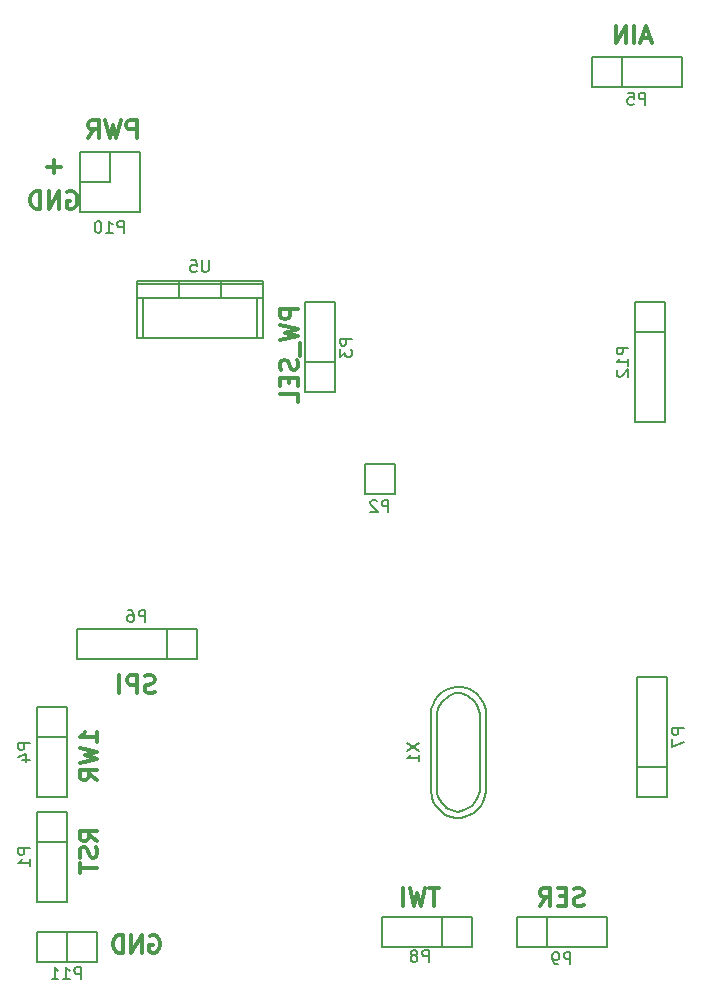
<source format=gbo>
G04 #@! TF.FileFunction,Legend,Bot*
%FSLAX46Y46*%
G04 Gerber Fmt 4.6, Leading zero omitted, Abs format (unit mm)*
G04 Created by KiCad (PCBNEW 0.201501102116+5363~20~ubuntu14.04.1-product) date Wed 21 Jan 2015 18:10:41 CET*
%MOMM*%
G01*
G04 APERTURE LIST*
%ADD10C,0.100000*%
%ADD11C,0.300000*%
%ADD12C,0.150000*%
G04 APERTURE END LIST*
D10*
D11*
X169500000Y-68250000D02*
X168785714Y-68250000D01*
X169642857Y-68678571D02*
X169142857Y-67178571D01*
X168642857Y-68678571D01*
X168142857Y-68678571D02*
X168142857Y-67178571D01*
X167428571Y-68678571D02*
X167428571Y-67178571D01*
X166571428Y-68678571D01*
X166571428Y-67178571D01*
X120142857Y-81250000D02*
X120285714Y-81178571D01*
X120500000Y-81178571D01*
X120714285Y-81250000D01*
X120857143Y-81392857D01*
X120928571Y-81535714D01*
X121000000Y-81821429D01*
X121000000Y-82035714D01*
X120928571Y-82321429D01*
X120857143Y-82464286D01*
X120714285Y-82607143D01*
X120500000Y-82678571D01*
X120357143Y-82678571D01*
X120142857Y-82607143D01*
X120071428Y-82535714D01*
X120071428Y-82035714D01*
X120357143Y-82035714D01*
X119428571Y-82678571D02*
X119428571Y-81178571D01*
X118571428Y-82678571D01*
X118571428Y-81178571D01*
X117857142Y-82678571D02*
X117857142Y-81178571D01*
X117499999Y-81178571D01*
X117285714Y-81250000D01*
X117142856Y-81392857D01*
X117071428Y-81535714D01*
X116999999Y-81821429D01*
X116999999Y-82035714D01*
X117071428Y-82321429D01*
X117142856Y-82464286D01*
X117285714Y-82607143D01*
X117499999Y-82678571D01*
X117857142Y-82678571D01*
X119571428Y-79107143D02*
X118428571Y-79107143D01*
X119000000Y-79678571D02*
X119000000Y-78535714D01*
X126000000Y-76678571D02*
X126000000Y-75178571D01*
X125428572Y-75178571D01*
X125285714Y-75250000D01*
X125214286Y-75321429D01*
X125142857Y-75464286D01*
X125142857Y-75678571D01*
X125214286Y-75821429D01*
X125285714Y-75892857D01*
X125428572Y-75964286D01*
X126000000Y-75964286D01*
X124642857Y-75178571D02*
X124285714Y-76678571D01*
X124000000Y-75607143D01*
X123714286Y-76678571D01*
X123357143Y-75178571D01*
X121928571Y-76678571D02*
X122428571Y-75964286D01*
X122785714Y-76678571D02*
X122785714Y-75178571D01*
X122214286Y-75178571D01*
X122071428Y-75250000D01*
X122000000Y-75321429D01*
X121928571Y-75464286D01*
X121928571Y-75678571D01*
X122000000Y-75821429D01*
X122071428Y-75892857D01*
X122214286Y-75964286D01*
X122785714Y-75964286D01*
X139678571Y-91178572D02*
X138178571Y-91178572D01*
X138178571Y-91750000D01*
X138250000Y-91892858D01*
X138321429Y-91964286D01*
X138464286Y-92035715D01*
X138678571Y-92035715D01*
X138821429Y-91964286D01*
X138892857Y-91892858D01*
X138964286Y-91750000D01*
X138964286Y-91178572D01*
X138178571Y-92535715D02*
X139678571Y-92892858D01*
X138607143Y-93178572D01*
X139678571Y-93464286D01*
X138178571Y-93821429D01*
X139821429Y-94035715D02*
X139821429Y-95178572D01*
X139607143Y-95464286D02*
X139678571Y-95678572D01*
X139678571Y-96035715D01*
X139607143Y-96178572D01*
X139535714Y-96250001D01*
X139392857Y-96321429D01*
X139250000Y-96321429D01*
X139107143Y-96250001D01*
X139035714Y-96178572D01*
X138964286Y-96035715D01*
X138892857Y-95750001D01*
X138821429Y-95607143D01*
X138750000Y-95535715D01*
X138607143Y-95464286D01*
X138464286Y-95464286D01*
X138321429Y-95535715D01*
X138250000Y-95607143D01*
X138178571Y-95750001D01*
X138178571Y-96107143D01*
X138250000Y-96321429D01*
X138892857Y-96964286D02*
X138892857Y-97464286D01*
X139678571Y-97678572D02*
X139678571Y-96964286D01*
X138178571Y-96964286D01*
X138178571Y-97678572D01*
X139678571Y-99035715D02*
X139678571Y-98321429D01*
X138178571Y-98321429D01*
X127535714Y-123607143D02*
X127321428Y-123678571D01*
X126964285Y-123678571D01*
X126821428Y-123607143D01*
X126749999Y-123535714D01*
X126678571Y-123392857D01*
X126678571Y-123250000D01*
X126749999Y-123107143D01*
X126821428Y-123035714D01*
X126964285Y-122964286D01*
X127249999Y-122892857D01*
X127392857Y-122821429D01*
X127464285Y-122750000D01*
X127535714Y-122607143D01*
X127535714Y-122464286D01*
X127464285Y-122321429D01*
X127392857Y-122250000D01*
X127249999Y-122178571D01*
X126892857Y-122178571D01*
X126678571Y-122250000D01*
X126035714Y-123678571D02*
X126035714Y-122178571D01*
X125464286Y-122178571D01*
X125321428Y-122250000D01*
X125250000Y-122321429D01*
X125178571Y-122464286D01*
X125178571Y-122678571D01*
X125250000Y-122821429D01*
X125321428Y-122892857D01*
X125464286Y-122964286D01*
X126035714Y-122964286D01*
X124535714Y-123678571D02*
X124535714Y-122178571D01*
X122678571Y-127821429D02*
X122678571Y-126964286D01*
X122678571Y-127392858D02*
X121178571Y-127392858D01*
X121392857Y-127250001D01*
X121535714Y-127107143D01*
X121607143Y-126964286D01*
X121178571Y-128321429D02*
X122678571Y-128678572D01*
X121607143Y-128964286D01*
X122678571Y-129250000D01*
X121178571Y-129607143D01*
X122678571Y-131035715D02*
X121964286Y-130535715D01*
X122678571Y-130178572D02*
X121178571Y-130178572D01*
X121178571Y-130750000D01*
X121250000Y-130892858D01*
X121321429Y-130964286D01*
X121464286Y-131035715D01*
X121678571Y-131035715D01*
X121821429Y-130964286D01*
X121892857Y-130892858D01*
X121964286Y-130750000D01*
X121964286Y-130178572D01*
X127142857Y-144250000D02*
X127285714Y-144178571D01*
X127500000Y-144178571D01*
X127714285Y-144250000D01*
X127857143Y-144392857D01*
X127928571Y-144535714D01*
X128000000Y-144821429D01*
X128000000Y-145035714D01*
X127928571Y-145321429D01*
X127857143Y-145464286D01*
X127714285Y-145607143D01*
X127500000Y-145678571D01*
X127357143Y-145678571D01*
X127142857Y-145607143D01*
X127071428Y-145535714D01*
X127071428Y-145035714D01*
X127357143Y-145035714D01*
X126428571Y-145678571D02*
X126428571Y-144178571D01*
X125571428Y-145678571D01*
X125571428Y-144178571D01*
X124857142Y-145678571D02*
X124857142Y-144178571D01*
X124499999Y-144178571D01*
X124285714Y-144250000D01*
X124142856Y-144392857D01*
X124071428Y-144535714D01*
X123999999Y-144821429D01*
X123999999Y-145035714D01*
X124071428Y-145321429D01*
X124142856Y-145464286D01*
X124285714Y-145607143D01*
X124499999Y-145678571D01*
X124857142Y-145678571D01*
X122678571Y-136178572D02*
X121964286Y-135678572D01*
X122678571Y-135321429D02*
X121178571Y-135321429D01*
X121178571Y-135892857D01*
X121250000Y-136035715D01*
X121321429Y-136107143D01*
X121464286Y-136178572D01*
X121678571Y-136178572D01*
X121821429Y-136107143D01*
X121892857Y-136035715D01*
X121964286Y-135892857D01*
X121964286Y-135321429D01*
X122607143Y-136750000D02*
X122678571Y-136964286D01*
X122678571Y-137321429D01*
X122607143Y-137464286D01*
X122535714Y-137535715D01*
X122392857Y-137607143D01*
X122250000Y-137607143D01*
X122107143Y-137535715D01*
X122035714Y-137464286D01*
X121964286Y-137321429D01*
X121892857Y-137035715D01*
X121821429Y-136892857D01*
X121750000Y-136821429D01*
X121607143Y-136750000D01*
X121464286Y-136750000D01*
X121321429Y-136821429D01*
X121250000Y-136892857D01*
X121178571Y-137035715D01*
X121178571Y-137392857D01*
X121250000Y-137607143D01*
X121178571Y-138035714D02*
X121178571Y-138892857D01*
X122678571Y-138464286D02*
X121178571Y-138464286D01*
X151642857Y-140178571D02*
X150785714Y-140178571D01*
X151214285Y-141678571D02*
X151214285Y-140178571D01*
X150428571Y-140178571D02*
X150071428Y-141678571D01*
X149785714Y-140607143D01*
X149500000Y-141678571D01*
X149142857Y-140178571D01*
X148571428Y-141678571D02*
X148571428Y-140178571D01*
X163857143Y-141607143D02*
X163642857Y-141678571D01*
X163285714Y-141678571D01*
X163142857Y-141607143D01*
X163071428Y-141535714D01*
X163000000Y-141392857D01*
X163000000Y-141250000D01*
X163071428Y-141107143D01*
X163142857Y-141035714D01*
X163285714Y-140964286D01*
X163571428Y-140892857D01*
X163714286Y-140821429D01*
X163785714Y-140750000D01*
X163857143Y-140607143D01*
X163857143Y-140464286D01*
X163785714Y-140321429D01*
X163714286Y-140250000D01*
X163571428Y-140178571D01*
X163214286Y-140178571D01*
X163000000Y-140250000D01*
X162357143Y-140892857D02*
X161857143Y-140892857D01*
X161642857Y-141678571D02*
X162357143Y-141678571D01*
X162357143Y-140178571D01*
X161642857Y-140178571D01*
X160142857Y-141678571D02*
X160642857Y-140964286D01*
X161000000Y-141678571D02*
X161000000Y-140178571D01*
X160428572Y-140178571D01*
X160285714Y-140250000D01*
X160214286Y-140321429D01*
X160142857Y-140464286D01*
X160142857Y-140678571D01*
X160214286Y-140821429D01*
X160285714Y-140892857D01*
X160428572Y-140964286D01*
X161000000Y-140964286D01*
D12*
X120080000Y-136280000D02*
X120080000Y-141360000D01*
X120080000Y-141360000D02*
X117540000Y-141360000D01*
X117540000Y-141360000D02*
X117540000Y-136280000D01*
X117540000Y-133740000D02*
X117540000Y-136280000D01*
X117540000Y-136280000D02*
X120080000Y-136280000D01*
X117540000Y-133740000D02*
X120080000Y-133740000D01*
X120080000Y-133740000D02*
X120080000Y-136280000D01*
X145312000Y-106870000D02*
X145312000Y-104330000D01*
X145312000Y-104330000D02*
X147852000Y-104330000D01*
X147852000Y-104330000D02*
X147852000Y-106870000D01*
X147852000Y-106870000D02*
X145312000Y-106870000D01*
X140232000Y-95694000D02*
X140232000Y-90614000D01*
X140232000Y-90614000D02*
X142772000Y-90614000D01*
X142772000Y-90614000D02*
X142772000Y-95694000D01*
X142772000Y-98234000D02*
X142772000Y-95694000D01*
X142772000Y-95694000D02*
X140232000Y-95694000D01*
X142772000Y-98234000D02*
X140232000Y-98234000D01*
X140232000Y-98234000D02*
X140232000Y-95694000D01*
X120080000Y-127390000D02*
X120080000Y-132470000D01*
X120080000Y-132470000D02*
X117540000Y-132470000D01*
X117540000Y-132470000D02*
X117540000Y-127390000D01*
X117540000Y-124850000D02*
X117540000Y-127390000D01*
X117540000Y-127390000D02*
X120080000Y-127390000D01*
X117540000Y-124850000D02*
X120080000Y-124850000D01*
X120080000Y-124850000D02*
X120080000Y-127390000D01*
X167070000Y-69859000D02*
X172150000Y-69859000D01*
X172150000Y-69859000D02*
X172150000Y-72399000D01*
X172150000Y-72399000D02*
X167070000Y-72399000D01*
X164530000Y-72399000D02*
X167070000Y-72399000D01*
X167070000Y-72399000D02*
X167070000Y-69859000D01*
X164530000Y-72399000D02*
X164530000Y-69859000D01*
X164530000Y-69859000D02*
X167070000Y-69859000D01*
X128540000Y-120770000D02*
X120920000Y-120770000D01*
X128540000Y-118230000D02*
X120920000Y-118230000D01*
X131080000Y-118230000D02*
X128540000Y-118230000D01*
X120920000Y-120770000D02*
X120920000Y-118230000D01*
X128540000Y-118230000D02*
X128540000Y-120770000D01*
X131080000Y-118230000D02*
X131080000Y-120770000D01*
X131080000Y-120770000D02*
X128540000Y-120770000D01*
X151830000Y-145170000D02*
X146750000Y-145170000D01*
X146750000Y-145170000D02*
X146750000Y-142630000D01*
X146750000Y-142630000D02*
X151830000Y-142630000D01*
X154370000Y-142630000D02*
X151830000Y-142630000D01*
X151830000Y-142630000D02*
X151830000Y-145170000D01*
X154370000Y-142630000D02*
X154370000Y-145170000D01*
X154370000Y-145170000D02*
X151830000Y-145170000D01*
X160720000Y-142630000D02*
X165800000Y-142630000D01*
X165800000Y-142630000D02*
X165800000Y-145170000D01*
X165800000Y-145170000D02*
X160720000Y-145170000D01*
X158180000Y-145170000D02*
X160720000Y-145170000D01*
X160720000Y-145170000D02*
X160720000Y-142630000D01*
X158180000Y-145170000D02*
X158180000Y-142630000D01*
X158180000Y-142630000D02*
X160720000Y-142630000D01*
X121182000Y-80454000D02*
X121182000Y-77914000D01*
X121182000Y-77914000D02*
X123722000Y-77914000D01*
X123722000Y-77914000D02*
X123722000Y-80454000D01*
X123722000Y-80454000D02*
X121182000Y-80454000D01*
X121182000Y-80454000D02*
X121182000Y-82994000D01*
X121182000Y-82994000D02*
X126262000Y-82994000D01*
X126262000Y-82994000D02*
X126262000Y-77914000D01*
X126262000Y-77914000D02*
X123722000Y-77914000D01*
X120080000Y-146440000D02*
X120080000Y-143900000D01*
X117540000Y-146440000D02*
X117540000Y-143900000D01*
X117540000Y-143900000D02*
X120080000Y-143900000D01*
X120080000Y-143900000D02*
X122620000Y-143900000D01*
X122620000Y-143900000D02*
X122620000Y-146440000D01*
X122620000Y-146440000D02*
X117540000Y-146440000D01*
X126516000Y-90233000D02*
X126516000Y-93662000D01*
X136168000Y-90233000D02*
X136168000Y-93662000D01*
X126008000Y-89090000D02*
X136676000Y-89090000D01*
X129564000Y-90106000D02*
X129564000Y-88836000D01*
X133120000Y-90106000D02*
X133120000Y-88836000D01*
X136676000Y-90233000D02*
X126008000Y-90233000D01*
X126008000Y-93662000D02*
X136676000Y-93662000D01*
X136676000Y-88836000D02*
X136676000Y-93662000D01*
X126008000Y-88836000D02*
X126008000Y-93662000D01*
X126008000Y-88836000D02*
X136676000Y-88836000D01*
X152241240Y-133413000D02*
X152642560Y-133613660D01*
X152642560Y-133613660D02*
X153242000Y-133715260D01*
X153242000Y-133715260D02*
X153742380Y-133613660D01*
X153742380Y-133613660D02*
X154440880Y-133214880D01*
X154440880Y-133214880D02*
X154842200Y-132612900D01*
X154842200Y-132612900D02*
X155042860Y-132013460D01*
X155042860Y-132013460D02*
X155042860Y-125414540D01*
X155042860Y-125414540D02*
X154842200Y-124713500D01*
X154842200Y-124713500D02*
X154542480Y-124314720D01*
X154542480Y-124314720D02*
X154042100Y-123913400D01*
X154042100Y-123913400D02*
X153442660Y-123712740D01*
X153442660Y-123712740D02*
X152942280Y-123712740D01*
X152942280Y-123712740D02*
X152441900Y-123913400D01*
X152441900Y-123913400D02*
X151842460Y-124413780D01*
X151842460Y-124413780D02*
X151542740Y-124914160D01*
X151542740Y-124914160D02*
X151441140Y-125414540D01*
X151441140Y-125513600D02*
X151441140Y-132115060D01*
X151441140Y-132115060D02*
X151542740Y-132513840D01*
X151542740Y-132513840D02*
X151842460Y-133014220D01*
X151842460Y-133014220D02*
X152342840Y-133514600D01*
X150912820Y-125523760D02*
X150961080Y-125064020D01*
X150961080Y-125064020D02*
X151072840Y-124665240D01*
X151072840Y-124665240D02*
X151291280Y-124233440D01*
X151291280Y-124233440D02*
X151522420Y-123943880D01*
X151522420Y-123943880D02*
X151872940Y-123613680D01*
X151872940Y-123613680D02*
X152411420Y-123324120D01*
X152411420Y-123324120D02*
X153010860Y-123194580D01*
X153010860Y-123194580D02*
X153521400Y-123194580D01*
X153521400Y-123194580D02*
X154222440Y-123364760D01*
X154222440Y-123364760D02*
X154811720Y-123763540D01*
X154811720Y-123763540D02*
X155182560Y-124223280D01*
X155182560Y-124223280D02*
X155390840Y-124644920D01*
X155390840Y-124644920D02*
X155550860Y-125094500D01*
X155550860Y-125094500D02*
X155581340Y-125533920D01*
X155362900Y-132874520D02*
X155141920Y-133252980D01*
X155141920Y-133252980D02*
X154862520Y-133573020D01*
X154862520Y-133573020D02*
X154532320Y-133824480D01*
X154532320Y-133824480D02*
X153981140Y-134124200D01*
X153981140Y-134124200D02*
X153511240Y-134233420D01*
X153511240Y-134233420D02*
X153051500Y-134253740D01*
X153051500Y-134253740D02*
X152591760Y-134164840D01*
X152591760Y-134164840D02*
X152142180Y-133974340D01*
X152142180Y-133974340D02*
X151672280Y-133613660D01*
X151672280Y-133613660D02*
X151352240Y-133263140D01*
X151352240Y-133263140D02*
X151121100Y-132874520D01*
X151121100Y-132874520D02*
X150981400Y-132445260D01*
X150981400Y-132445260D02*
X150912820Y-132003300D01*
X155571180Y-125513600D02*
X155571180Y-131965200D01*
X155571180Y-131965200D02*
X155533080Y-132384300D01*
X155533080Y-132384300D02*
X155362900Y-132874520D01*
X150912820Y-125513600D02*
X150912820Y-131965200D01*
X170753000Y-93100000D02*
X170753000Y-100720000D01*
X168213000Y-93100000D02*
X168213000Y-100720000D01*
X168213000Y-90560000D02*
X168213000Y-93100000D01*
X170753000Y-100720000D02*
X168213000Y-100720000D01*
X168213000Y-93100000D02*
X170753000Y-93100000D01*
X168213000Y-90560000D02*
X170753000Y-90560000D01*
X170753000Y-90560000D02*
X170753000Y-93100000D01*
X168340000Y-129930000D02*
X168340000Y-122310000D01*
X170880000Y-129930000D02*
X170880000Y-122310000D01*
X170880000Y-132470000D02*
X170880000Y-129930000D01*
X168340000Y-122310000D02*
X170880000Y-122310000D01*
X170880000Y-129930000D02*
X168340000Y-129930000D01*
X170880000Y-132470000D02*
X168340000Y-132470000D01*
X168340000Y-132470000D02*
X168340000Y-129930000D01*
X116976381Y-136811905D02*
X115976381Y-136811905D01*
X115976381Y-137192858D01*
X116024000Y-137288096D01*
X116071619Y-137335715D01*
X116166857Y-137383334D01*
X116309714Y-137383334D01*
X116404952Y-137335715D01*
X116452571Y-137288096D01*
X116500190Y-137192858D01*
X116500190Y-136811905D01*
X116976381Y-138335715D02*
X116976381Y-137764286D01*
X116976381Y-138050000D02*
X115976381Y-138050000D01*
X116119238Y-137954762D01*
X116214476Y-137859524D01*
X116262095Y-137764286D01*
X147320095Y-108338381D02*
X147320095Y-107338381D01*
X146939142Y-107338381D01*
X146843904Y-107386000D01*
X146796285Y-107433619D01*
X146748666Y-107528857D01*
X146748666Y-107671714D01*
X146796285Y-107766952D01*
X146843904Y-107814571D01*
X146939142Y-107862190D01*
X147320095Y-107862190D01*
X146367714Y-107433619D02*
X146320095Y-107386000D01*
X146224857Y-107338381D01*
X145986761Y-107338381D01*
X145891523Y-107386000D01*
X145843904Y-107433619D01*
X145796285Y-107528857D01*
X145796285Y-107624095D01*
X145843904Y-107766952D01*
X146415333Y-108338381D01*
X145796285Y-108338381D01*
X144240381Y-93685905D02*
X143240381Y-93685905D01*
X143240381Y-94066858D01*
X143288000Y-94162096D01*
X143335619Y-94209715D01*
X143430857Y-94257334D01*
X143573714Y-94257334D01*
X143668952Y-94209715D01*
X143716571Y-94162096D01*
X143764190Y-94066858D01*
X143764190Y-93685905D01*
X143240381Y-94590667D02*
X143240381Y-95209715D01*
X143621333Y-94876381D01*
X143621333Y-95019239D01*
X143668952Y-95114477D01*
X143716571Y-95162096D01*
X143811810Y-95209715D01*
X144049905Y-95209715D01*
X144145143Y-95162096D01*
X144192762Y-95114477D01*
X144240381Y-95019239D01*
X144240381Y-94733524D01*
X144192762Y-94638286D01*
X144145143Y-94590667D01*
X116976381Y-127921905D02*
X115976381Y-127921905D01*
X115976381Y-128302858D01*
X116024000Y-128398096D01*
X116071619Y-128445715D01*
X116166857Y-128493334D01*
X116309714Y-128493334D01*
X116404952Y-128445715D01*
X116452571Y-128398096D01*
X116500190Y-128302858D01*
X116500190Y-127921905D01*
X116309714Y-129350477D02*
X116976381Y-129350477D01*
X115928762Y-129112381D02*
X116643048Y-128874286D01*
X116643048Y-129493334D01*
X169078095Y-73867381D02*
X169078095Y-72867381D01*
X168697142Y-72867381D01*
X168601904Y-72915000D01*
X168554285Y-72962619D01*
X168506666Y-73057857D01*
X168506666Y-73200714D01*
X168554285Y-73295952D01*
X168601904Y-73343571D01*
X168697142Y-73391190D01*
X169078095Y-73391190D01*
X167601904Y-72867381D02*
X168078095Y-72867381D01*
X168125714Y-73343571D01*
X168078095Y-73295952D01*
X167982857Y-73248333D01*
X167744761Y-73248333D01*
X167649523Y-73295952D01*
X167601904Y-73343571D01*
X167554285Y-73438810D01*
X167554285Y-73676905D01*
X167601904Y-73772143D01*
X167649523Y-73819762D01*
X167744761Y-73867381D01*
X167982857Y-73867381D01*
X168078095Y-73819762D01*
X168125714Y-73772143D01*
X126738095Y-117666381D02*
X126738095Y-116666381D01*
X126357142Y-116666381D01*
X126261904Y-116714000D01*
X126214285Y-116761619D01*
X126166666Y-116856857D01*
X126166666Y-116999714D01*
X126214285Y-117094952D01*
X126261904Y-117142571D01*
X126357142Y-117190190D01*
X126738095Y-117190190D01*
X125309523Y-116666381D02*
X125500000Y-116666381D01*
X125595238Y-116714000D01*
X125642857Y-116761619D01*
X125738095Y-116904476D01*
X125785714Y-117094952D01*
X125785714Y-117475905D01*
X125738095Y-117571143D01*
X125690476Y-117618762D01*
X125595238Y-117666381D01*
X125404761Y-117666381D01*
X125309523Y-117618762D01*
X125261904Y-117571143D01*
X125214285Y-117475905D01*
X125214285Y-117237810D01*
X125261904Y-117142571D01*
X125309523Y-117094952D01*
X125404761Y-117047333D01*
X125595238Y-117047333D01*
X125690476Y-117094952D01*
X125738095Y-117142571D01*
X125785714Y-117237810D01*
X150738095Y-146452381D02*
X150738095Y-145452381D01*
X150357142Y-145452381D01*
X150261904Y-145500000D01*
X150214285Y-145547619D01*
X150166666Y-145642857D01*
X150166666Y-145785714D01*
X150214285Y-145880952D01*
X150261904Y-145928571D01*
X150357142Y-145976190D01*
X150738095Y-145976190D01*
X149595238Y-145880952D02*
X149690476Y-145833333D01*
X149738095Y-145785714D01*
X149785714Y-145690476D01*
X149785714Y-145642857D01*
X149738095Y-145547619D01*
X149690476Y-145500000D01*
X149595238Y-145452381D01*
X149404761Y-145452381D01*
X149309523Y-145500000D01*
X149261904Y-145547619D01*
X149214285Y-145642857D01*
X149214285Y-145690476D01*
X149261904Y-145785714D01*
X149309523Y-145833333D01*
X149404761Y-145880952D01*
X149595238Y-145880952D01*
X149690476Y-145928571D01*
X149738095Y-145976190D01*
X149785714Y-146071429D01*
X149785714Y-146261905D01*
X149738095Y-146357143D01*
X149690476Y-146404762D01*
X149595238Y-146452381D01*
X149404761Y-146452381D01*
X149309523Y-146404762D01*
X149261904Y-146357143D01*
X149214285Y-146261905D01*
X149214285Y-146071429D01*
X149261904Y-145976190D01*
X149309523Y-145928571D01*
X149404761Y-145880952D01*
X162728095Y-146638381D02*
X162728095Y-145638381D01*
X162347142Y-145638381D01*
X162251904Y-145686000D01*
X162204285Y-145733619D01*
X162156666Y-145828857D01*
X162156666Y-145971714D01*
X162204285Y-146066952D01*
X162251904Y-146114571D01*
X162347142Y-146162190D01*
X162728095Y-146162190D01*
X161680476Y-146638381D02*
X161490000Y-146638381D01*
X161394761Y-146590762D01*
X161347142Y-146543143D01*
X161251904Y-146400286D01*
X161204285Y-146209810D01*
X161204285Y-145828857D01*
X161251904Y-145733619D01*
X161299523Y-145686000D01*
X161394761Y-145638381D01*
X161585238Y-145638381D01*
X161680476Y-145686000D01*
X161728095Y-145733619D01*
X161775714Y-145828857D01*
X161775714Y-146066952D01*
X161728095Y-146162190D01*
X161680476Y-146209810D01*
X161585238Y-146257429D01*
X161394761Y-146257429D01*
X161299523Y-146209810D01*
X161251904Y-146162190D01*
X161204285Y-146066952D01*
X124936286Y-84716381D02*
X124936286Y-83716381D01*
X124555333Y-83716381D01*
X124460095Y-83764000D01*
X124412476Y-83811619D01*
X124364857Y-83906857D01*
X124364857Y-84049714D01*
X124412476Y-84144952D01*
X124460095Y-84192571D01*
X124555333Y-84240190D01*
X124936286Y-84240190D01*
X123412476Y-84716381D02*
X123983905Y-84716381D01*
X123698191Y-84716381D02*
X123698191Y-83716381D01*
X123793429Y-83859238D01*
X123888667Y-83954476D01*
X123983905Y-84002095D01*
X122793429Y-83716381D02*
X122698190Y-83716381D01*
X122602952Y-83764000D01*
X122555333Y-83811619D01*
X122507714Y-83906857D01*
X122460095Y-84097333D01*
X122460095Y-84335429D01*
X122507714Y-84525905D01*
X122555333Y-84621143D01*
X122602952Y-84668762D01*
X122698190Y-84716381D01*
X122793429Y-84716381D01*
X122888667Y-84668762D01*
X122936286Y-84621143D01*
X122983905Y-84525905D01*
X123031524Y-84335429D01*
X123031524Y-84097333D01*
X122983905Y-83906857D01*
X122936286Y-83811619D01*
X122888667Y-83764000D01*
X122793429Y-83716381D01*
X121294286Y-147908381D02*
X121294286Y-146908381D01*
X120913333Y-146908381D01*
X120818095Y-146956000D01*
X120770476Y-147003619D01*
X120722857Y-147098857D01*
X120722857Y-147241714D01*
X120770476Y-147336952D01*
X120818095Y-147384571D01*
X120913333Y-147432190D01*
X121294286Y-147432190D01*
X119770476Y-147908381D02*
X120341905Y-147908381D01*
X120056191Y-147908381D02*
X120056191Y-146908381D01*
X120151429Y-147051238D01*
X120246667Y-147146476D01*
X120341905Y-147194095D01*
X118818095Y-147908381D02*
X119389524Y-147908381D01*
X119103810Y-147908381D02*
X119103810Y-146908381D01*
X119199048Y-147051238D01*
X119294286Y-147146476D01*
X119389524Y-147194095D01*
X132103905Y-87018381D02*
X132103905Y-87827905D01*
X132056286Y-87923143D01*
X132008667Y-87970762D01*
X131913429Y-88018381D01*
X131722952Y-88018381D01*
X131627714Y-87970762D01*
X131580095Y-87923143D01*
X131532476Y-87827905D01*
X131532476Y-87018381D01*
X130580095Y-87018381D02*
X131056286Y-87018381D01*
X131103905Y-87494571D01*
X131056286Y-87446952D01*
X130961048Y-87399333D01*
X130722952Y-87399333D01*
X130627714Y-87446952D01*
X130580095Y-87494571D01*
X130532476Y-87589810D01*
X130532476Y-87827905D01*
X130580095Y-87923143D01*
X130627714Y-87970762D01*
X130722952Y-88018381D01*
X130961048Y-88018381D01*
X131056286Y-87970762D01*
X131103905Y-87923143D01*
X148884381Y-127904476D02*
X149884381Y-128571143D01*
X148884381Y-128571143D02*
X149884381Y-127904476D01*
X149884381Y-129475905D02*
X149884381Y-128904476D01*
X149884381Y-129190190D02*
X148884381Y-129190190D01*
X149027238Y-129094952D01*
X149122476Y-128999714D01*
X149170095Y-128904476D01*
X167649381Y-94425714D02*
X166649381Y-94425714D01*
X166649381Y-94806667D01*
X166697000Y-94901905D01*
X166744619Y-94949524D01*
X166839857Y-94997143D01*
X166982714Y-94997143D01*
X167077952Y-94949524D01*
X167125571Y-94901905D01*
X167173190Y-94806667D01*
X167173190Y-94425714D01*
X167649381Y-95949524D02*
X167649381Y-95378095D01*
X167649381Y-95663809D02*
X166649381Y-95663809D01*
X166792238Y-95568571D01*
X166887476Y-95473333D01*
X166935095Y-95378095D01*
X166744619Y-96330476D02*
X166697000Y-96378095D01*
X166649381Y-96473333D01*
X166649381Y-96711429D01*
X166697000Y-96806667D01*
X166744619Y-96854286D01*
X166839857Y-96901905D01*
X166935095Y-96901905D01*
X167077952Y-96854286D01*
X167649381Y-96282857D01*
X167649381Y-96901905D01*
X172348381Y-126651905D02*
X171348381Y-126651905D01*
X171348381Y-127032858D01*
X171396000Y-127128096D01*
X171443619Y-127175715D01*
X171538857Y-127223334D01*
X171681714Y-127223334D01*
X171776952Y-127175715D01*
X171824571Y-127128096D01*
X171872190Y-127032858D01*
X171872190Y-126651905D01*
X171348381Y-127556667D02*
X171348381Y-128223334D01*
X172348381Y-127794762D01*
M02*

</source>
